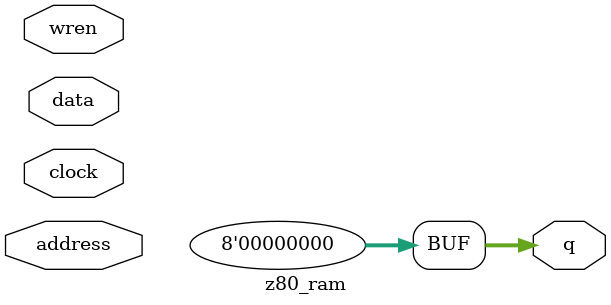
<source format=v>
module z80_ram(	// file.cleaned.mlir:2:3
  input  [10:0] address,	// file.cleaned.mlir:2:25
  input         clock,	// file.cleaned.mlir:2:44
  input  [7:0]  data,	// file.cleaned.mlir:2:60
  input         wren,	// file.cleaned.mlir:2:75
  output [7:0]  q	// file.cleaned.mlir:2:91
);

  assign q = 8'h0;	// file.cleaned.mlir:3:14, :4:5
endmodule


</source>
